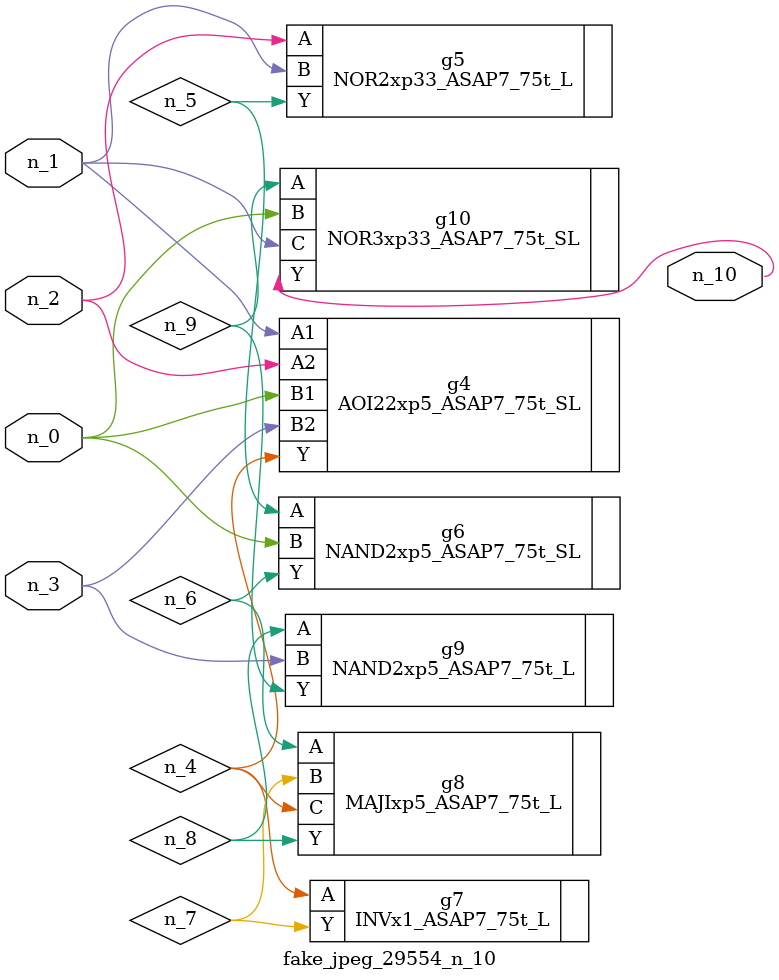
<source format=v>
module fake_jpeg_29554_n_10 (n_0, n_3, n_2, n_1, n_10);

input n_0;
input n_3;
input n_2;
input n_1;

output n_10;

wire n_4;
wire n_8;
wire n_9;
wire n_6;
wire n_5;
wire n_7;

AOI22xp5_ASAP7_75t_SL g4 ( 
.A1(n_1),
.A2(n_2),
.B1(n_0),
.B2(n_3),
.Y(n_4)
);

NOR2xp33_ASAP7_75t_L g5 ( 
.A(n_2),
.B(n_1),
.Y(n_5)
);

NAND2xp5_ASAP7_75t_SL g6 ( 
.A(n_5),
.B(n_0),
.Y(n_6)
);

MAJIxp5_ASAP7_75t_L g8 ( 
.A(n_6),
.B(n_7),
.C(n_4),
.Y(n_8)
);

INVx1_ASAP7_75t_L g7 ( 
.A(n_4),
.Y(n_7)
);

NAND2xp5_ASAP7_75t_L g9 ( 
.A(n_8),
.B(n_3),
.Y(n_9)
);

NOR3xp33_ASAP7_75t_SL g10 ( 
.A(n_9),
.B(n_0),
.C(n_1),
.Y(n_10)
);


endmodule
</source>
